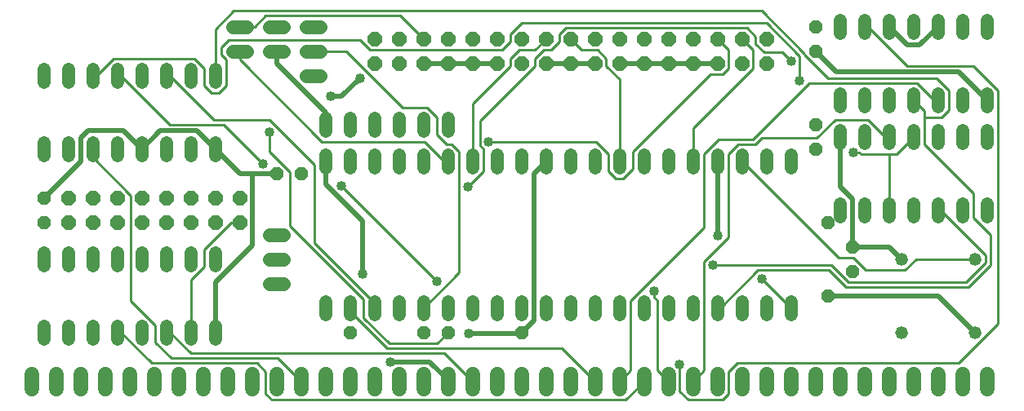
<source format=gbl>
G75*
%MOIN*%
%OFA0B0*%
%FSLAX24Y24*%
%IPPOS*%
%LPD*%
%AMOC8*
5,1,8,0,0,1.08239X$1,22.5*
%
%ADD10C,0.0600*%
%ADD11OC8,0.0600*%
%ADD12OC8,0.0520*%
%ADD13C,0.0520*%
%ADD14C,0.0520*%
%ADD15C,0.0560*%
%ADD16C,0.0200*%
%ADD17C,0.0400*%
%ADD18C,0.0100*%
D10*
X000600Y000800D02*
X000600Y001400D01*
X001600Y001400D02*
X001600Y000800D01*
X002600Y000800D02*
X002600Y001400D01*
X003600Y001400D02*
X003600Y000800D01*
X004600Y000800D02*
X004600Y001400D01*
X005600Y001400D02*
X005600Y000800D01*
X006600Y000800D02*
X006600Y001400D01*
X007600Y001400D02*
X007600Y000800D01*
X008600Y000800D02*
X008600Y001400D01*
X009600Y001400D02*
X009600Y000800D01*
X010600Y000800D02*
X010600Y001400D01*
X011600Y001400D02*
X011600Y000800D01*
X012600Y000800D02*
X012600Y001400D01*
X013600Y001400D02*
X013600Y000800D01*
X014600Y000800D02*
X014600Y001400D01*
X015600Y001400D02*
X015600Y000800D01*
X016600Y000800D02*
X016600Y001400D01*
X017600Y001400D02*
X017600Y000800D01*
X018600Y000800D02*
X018600Y001400D01*
X019600Y001400D02*
X019600Y000800D01*
X020600Y000800D02*
X020600Y001400D01*
X021600Y001400D02*
X021600Y000800D01*
X022600Y000800D02*
X022600Y001400D01*
X023600Y001400D02*
X023600Y000800D01*
X024600Y000800D02*
X024600Y001400D01*
X025600Y001400D02*
X025600Y000800D01*
X026600Y000800D02*
X026600Y001400D01*
X027600Y001400D02*
X027600Y000800D01*
X028600Y000800D02*
X028600Y001400D01*
X029600Y001400D02*
X029600Y000800D01*
X030600Y000800D02*
X030600Y001400D01*
X031600Y001400D02*
X031600Y000800D01*
X032600Y000800D02*
X032600Y001400D01*
X033600Y001400D02*
X033600Y000800D01*
X034600Y000800D02*
X034600Y001400D01*
X035600Y001400D02*
X035600Y000800D01*
X036600Y000800D02*
X036600Y001400D01*
X037600Y001400D02*
X037600Y000800D01*
X038600Y000800D02*
X038600Y001400D01*
X039600Y001400D02*
X039600Y000800D01*
D11*
X009100Y007600D03*
X008100Y007600D03*
X007100Y007600D03*
X006100Y007600D03*
X005100Y007600D03*
X004100Y007600D03*
X003100Y007600D03*
X002100Y007600D03*
X002100Y008600D03*
X003100Y008600D03*
X004100Y008600D03*
X005100Y008600D03*
X006100Y008600D03*
X007100Y008600D03*
X008100Y008600D03*
X009100Y008600D03*
X014600Y014100D03*
X015600Y014100D03*
X016600Y014100D03*
X017600Y014100D03*
X018600Y014100D03*
X019600Y014100D03*
X020600Y014100D03*
X021600Y014100D03*
X022600Y014100D03*
X023600Y014100D03*
X024600Y014100D03*
X025600Y014100D03*
X026600Y014100D03*
X027600Y014100D03*
X028600Y014100D03*
X029600Y014100D03*
X030600Y014100D03*
X030600Y015100D03*
X029600Y015100D03*
X028600Y015100D03*
X027600Y015100D03*
X026600Y015100D03*
X025600Y015100D03*
X024600Y015100D03*
X023600Y015100D03*
X022600Y015100D03*
X021600Y015100D03*
X020600Y015100D03*
X019600Y015100D03*
X018600Y015100D03*
X017600Y015100D03*
X016600Y015100D03*
X015600Y015100D03*
X014600Y015100D03*
D12*
X011600Y009600D03*
X010600Y009600D03*
X001100Y008600D03*
X001100Y007600D03*
X013600Y003100D03*
X016600Y003100D03*
X017600Y003100D03*
X020600Y003100D03*
X033100Y004600D03*
X034100Y005600D03*
X034100Y006600D03*
X033100Y007600D03*
X032600Y010600D03*
X032600Y011600D03*
X032600Y014600D03*
X032600Y015600D03*
D13*
X033600Y015340D02*
X033600Y015860D01*
X034600Y015860D02*
X034600Y015340D01*
X035600Y015340D02*
X035600Y015860D01*
X036600Y015860D02*
X036600Y015340D01*
X037600Y015340D02*
X037600Y015860D01*
X038600Y015860D02*
X038600Y015340D01*
X039600Y015340D02*
X039600Y015860D01*
X039600Y012860D02*
X039600Y012340D01*
X038600Y012340D02*
X038600Y012860D01*
X037600Y012860D02*
X037600Y012340D01*
X036600Y012340D02*
X036600Y012860D01*
X035600Y012860D02*
X035600Y012340D01*
X034600Y012340D02*
X034600Y012860D01*
X033600Y012860D02*
X033600Y012340D01*
X033600Y011360D02*
X033600Y010840D01*
X034600Y010840D02*
X034600Y011360D01*
X035600Y011360D02*
X035600Y010840D01*
X036600Y010840D02*
X036600Y011360D01*
X037600Y011360D02*
X037600Y010840D01*
X038600Y010840D02*
X038600Y011360D01*
X039600Y011360D02*
X039600Y010840D01*
X039600Y008360D02*
X039600Y007840D01*
X038600Y007840D02*
X038600Y008360D01*
X037600Y008360D02*
X037600Y007840D01*
X036600Y007840D02*
X036600Y008360D01*
X035600Y008360D02*
X035600Y007840D01*
X034600Y007840D02*
X034600Y008360D01*
X033600Y008360D02*
X033600Y007840D01*
X031600Y009840D02*
X031600Y010360D01*
X030600Y010360D02*
X030600Y009840D01*
X029600Y009840D02*
X029600Y010360D01*
X028600Y010360D02*
X028600Y009840D01*
X027600Y009840D02*
X027600Y010360D01*
X026600Y010360D02*
X026600Y009840D01*
X025600Y009840D02*
X025600Y010360D01*
X024600Y010360D02*
X024600Y009840D01*
X023600Y009840D02*
X023600Y010360D01*
X022600Y010360D02*
X022600Y009840D01*
X021600Y009840D02*
X021600Y010360D01*
X020600Y010360D02*
X020600Y009840D01*
X019600Y009840D02*
X019600Y010360D01*
X018600Y010360D02*
X018600Y009840D01*
X017600Y009840D02*
X017600Y010360D01*
X016600Y010360D02*
X016600Y009840D01*
X015600Y009840D02*
X015600Y010360D01*
X014600Y010360D02*
X014600Y009840D01*
X013600Y009840D02*
X013600Y010360D01*
X012600Y010360D02*
X012600Y009840D01*
X012600Y011340D02*
X012600Y011860D01*
X013600Y011860D02*
X013600Y011340D01*
X014600Y011340D02*
X014600Y011860D01*
X015600Y011860D02*
X015600Y011340D01*
X016600Y011340D02*
X016600Y011860D01*
X017600Y011860D02*
X017600Y011340D01*
X008100Y010860D02*
X008100Y010340D01*
X007100Y010340D02*
X007100Y010860D01*
X006100Y010860D02*
X006100Y010340D01*
X005100Y010340D02*
X005100Y010860D01*
X004100Y010860D02*
X004100Y010340D01*
X003100Y010340D02*
X003100Y010860D01*
X002100Y010860D02*
X002100Y010340D01*
X001100Y010340D02*
X001100Y010860D01*
X001100Y013340D02*
X001100Y013860D01*
X002100Y013860D02*
X002100Y013340D01*
X003100Y013340D02*
X003100Y013860D01*
X004100Y013860D02*
X004100Y013340D01*
X005100Y013340D02*
X005100Y013860D01*
X006100Y013860D02*
X006100Y013340D01*
X007100Y013340D02*
X007100Y013860D01*
X008100Y013860D02*
X008100Y013340D01*
X008100Y006360D02*
X008100Y005840D01*
X007100Y005840D02*
X007100Y006360D01*
X006100Y006360D02*
X006100Y005840D01*
X005100Y005840D02*
X005100Y006360D01*
X004100Y006360D02*
X004100Y005840D01*
X003100Y005840D02*
X003100Y006360D01*
X002100Y006360D02*
X002100Y005840D01*
X001100Y005840D02*
X001100Y006360D01*
X001100Y003360D02*
X001100Y002840D01*
X002100Y002840D02*
X002100Y003360D01*
X003100Y003360D02*
X003100Y002840D01*
X004100Y002840D02*
X004100Y003360D01*
X005100Y003360D02*
X005100Y002840D01*
X006100Y002840D02*
X006100Y003360D01*
X007100Y003360D02*
X007100Y002840D01*
X008100Y002840D02*
X008100Y003360D01*
X012600Y003840D02*
X012600Y004360D01*
X013600Y004360D02*
X013600Y003840D01*
X014600Y003840D02*
X014600Y004360D01*
X015600Y004360D02*
X015600Y003840D01*
X016600Y003840D02*
X016600Y004360D01*
X017600Y004360D02*
X017600Y003840D01*
X018600Y003840D02*
X018600Y004360D01*
X019600Y004360D02*
X019600Y003840D01*
X020600Y003840D02*
X020600Y004360D01*
X021600Y004360D02*
X021600Y003840D01*
X022600Y003840D02*
X022600Y004360D01*
X023600Y004360D02*
X023600Y003840D01*
X024600Y003840D02*
X024600Y004360D01*
X025600Y004360D02*
X025600Y003840D01*
X026600Y003840D02*
X026600Y004360D01*
X027600Y004360D02*
X027600Y003840D01*
X028600Y003840D02*
X028600Y004360D01*
X029600Y004360D02*
X029600Y003840D01*
X030600Y003840D02*
X030600Y004360D01*
X031600Y004360D02*
X031600Y003840D01*
D14*
X036100Y003100D03*
X039100Y003100D03*
X039100Y006100D03*
X036100Y006100D03*
D15*
X012380Y013600D02*
X011820Y013600D01*
X011820Y014600D02*
X012380Y014600D01*
X010880Y014600D02*
X010320Y014600D01*
X009380Y014600D02*
X008820Y014600D01*
X008820Y015600D02*
X009380Y015600D01*
X010320Y015600D02*
X010880Y015600D01*
X011820Y015600D02*
X012380Y015600D01*
X010880Y007100D02*
X010320Y007100D01*
X010320Y006100D02*
X010880Y006100D01*
X010880Y005100D02*
X010320Y005100D01*
D16*
X009600Y006650D02*
X008100Y005150D01*
X008100Y003100D01*
X014100Y005500D02*
X014100Y007650D01*
X012600Y009150D01*
X012600Y010100D01*
X010600Y009600D02*
X009600Y009600D01*
X009600Y006650D01*
X009600Y009600D02*
X009100Y009600D01*
X008100Y010600D01*
X007350Y011350D01*
X005850Y011350D01*
X005100Y010600D01*
X004350Y011350D01*
X002900Y011350D01*
X002600Y011050D01*
X002600Y010100D01*
X001100Y008600D01*
X010600Y014100D02*
X012600Y012100D01*
X012600Y011600D01*
X012800Y012750D02*
X013250Y012750D01*
X014000Y013500D01*
X016600Y014100D02*
X017600Y014100D01*
X018600Y014100D01*
X019600Y014100D01*
X021600Y014100D02*
X022600Y014100D01*
X023600Y014100D01*
X024600Y014100D02*
X025600Y014100D01*
X026600Y014100D01*
X027600Y014100D01*
X028600Y014100D01*
X032600Y014600D02*
X033450Y013750D01*
X038450Y013750D01*
X039600Y012600D01*
X036850Y014850D02*
X036350Y014850D01*
X035600Y015600D01*
X036850Y014850D02*
X037600Y015600D01*
X033600Y011100D02*
X033600Y009050D01*
X034100Y008550D01*
X034100Y006600D01*
X035600Y006600D01*
X036100Y006100D01*
X037600Y004600D02*
X033100Y004600D01*
X037600Y004600D02*
X039100Y003100D01*
X028600Y007050D02*
X028600Y010100D01*
X021600Y010100D02*
X021100Y009600D01*
X021100Y003600D01*
X020600Y003100D01*
X020550Y003050D01*
X018450Y003050D01*
X016850Y001900D02*
X017600Y001150D01*
X017600Y001100D01*
X016850Y001900D02*
X015250Y001900D01*
X010600Y014100D02*
X010600Y014600D01*
D17*
X014000Y013500D03*
X012800Y012750D03*
X010300Y011300D03*
X010050Y010000D03*
X013250Y009100D03*
X018400Y009050D03*
X019250Y010900D03*
X028600Y007050D03*
X028400Y005850D03*
X030400Y005300D03*
X026000Y004800D03*
X027050Y001800D03*
X018450Y003050D03*
X015250Y001900D03*
X017150Y005200D03*
X014100Y005500D03*
X031950Y013400D03*
X031600Y014200D03*
X034150Y010450D03*
D18*
X034400Y010450D01*
X034450Y010400D01*
X035600Y010400D01*
X035600Y008100D01*
X037600Y008100D02*
X037700Y008100D01*
X039550Y006250D01*
X039550Y005950D01*
X038750Y005150D01*
X033950Y005150D01*
X033250Y005850D01*
X028400Y005850D01*
X028050Y006000D02*
X028050Y001550D01*
X027600Y001100D01*
X027050Y000700D02*
X027050Y001800D01*
X026600Y001100D02*
X026150Y001550D01*
X026150Y004400D01*
X026000Y004550D01*
X026000Y004800D01*
X025050Y004400D02*
X025050Y001550D01*
X024600Y001100D01*
X023600Y001100D02*
X022250Y002450D01*
X015100Y002450D01*
X013600Y003950D01*
X013600Y004100D01*
X014150Y004450D02*
X014150Y003700D01*
X015200Y002650D01*
X017150Y002650D01*
X017600Y003100D01*
X017450Y002250D02*
X018600Y001100D01*
X017450Y002250D02*
X007100Y002250D01*
X006250Y003100D01*
X006100Y003100D01*
X005650Y003400D02*
X005650Y002700D01*
X006300Y002050D01*
X010650Y002050D01*
X011600Y001100D01*
X010400Y000350D02*
X010150Y000600D01*
X010150Y001500D01*
X009800Y001850D01*
X005500Y001850D01*
X004250Y003100D01*
X004100Y003100D01*
X004650Y004400D02*
X005650Y003400D01*
X007100Y003100D02*
X007100Y005250D01*
X007650Y005800D01*
X007650Y006500D01*
X008750Y007600D01*
X009100Y007600D01*
X011150Y007450D02*
X014150Y004450D01*
X014600Y004300D02*
X014600Y004100D01*
X014600Y004300D02*
X012150Y006750D01*
X012150Y009950D01*
X010300Y011800D01*
X008050Y011800D01*
X006250Y013600D01*
X006100Y013600D01*
X007250Y014300D02*
X007650Y013900D01*
X007650Y013200D01*
X007950Y012900D01*
X008250Y012900D01*
X008550Y013200D01*
X008550Y014250D01*
X008350Y014450D01*
X008350Y014750D01*
X008650Y015050D01*
X014000Y015050D01*
X014400Y014650D01*
X019800Y014650D01*
X020150Y015000D01*
X020150Y015300D01*
X020600Y015750D01*
X030600Y015750D01*
X031950Y014400D01*
X031950Y013400D01*
X032350Y013300D02*
X030050Y011000D01*
X028650Y011000D01*
X028050Y010400D01*
X028050Y007400D01*
X025050Y004400D01*
X028050Y006000D02*
X029050Y007000D01*
X029050Y010400D01*
X029450Y010800D01*
X030150Y010800D01*
X030400Y011050D01*
X032650Y011050D01*
X033400Y011800D01*
X034750Y011800D01*
X035450Y011100D01*
X035600Y011100D01*
X035900Y010400D02*
X036600Y011100D01*
X037050Y010800D02*
X037050Y011900D01*
X037750Y011900D01*
X038050Y012200D01*
X038050Y013000D01*
X037550Y013500D01*
X033100Y013500D01*
X032150Y014450D01*
X032150Y014500D01*
X030400Y016250D01*
X008850Y016250D01*
X008100Y015500D01*
X008100Y013600D01*
X007250Y014300D02*
X003950Y014300D01*
X003250Y013600D01*
X003100Y013600D01*
X004100Y013600D02*
X004250Y013600D01*
X006250Y011600D01*
X008450Y011600D01*
X010050Y010000D01*
X010300Y010500D02*
X011150Y009650D01*
X011150Y007450D01*
X013250Y009100D02*
X017150Y005200D01*
X018050Y005550D02*
X016600Y004100D01*
X018050Y005550D02*
X018050Y010500D01*
X017750Y010800D01*
X017550Y010800D01*
X017150Y011200D01*
X017150Y011900D01*
X016750Y012300D01*
X015750Y012300D01*
X013450Y014600D01*
X012100Y014600D01*
X010150Y016050D02*
X009700Y015600D01*
X009100Y015600D01*
X010150Y016050D02*
X015650Y016050D01*
X016600Y015100D01*
X018600Y012450D02*
X020150Y014000D01*
X020150Y014300D01*
X020500Y014650D01*
X021150Y014650D01*
X021600Y015100D01*
X021800Y014650D02*
X022150Y015000D01*
X022150Y015300D01*
X022400Y015550D01*
X029800Y015550D01*
X030150Y015200D01*
X030150Y014900D01*
X030500Y014550D01*
X031250Y014550D01*
X031600Y014200D01*
X030050Y013900D02*
X030050Y014650D01*
X029600Y015100D01*
X029050Y014650D02*
X028600Y015100D01*
X029050Y014650D02*
X029050Y013900D01*
X028800Y013650D01*
X028300Y013650D01*
X025150Y010500D01*
X025150Y009800D01*
X024750Y009400D01*
X024450Y009400D01*
X024150Y009700D01*
X024150Y010400D01*
X023650Y010900D01*
X019250Y010900D01*
X019050Y010600D02*
X018900Y010750D01*
X018900Y011750D01*
X021150Y014000D01*
X021150Y014300D01*
X021500Y014650D01*
X021800Y014650D01*
X022600Y015100D02*
X023050Y014650D01*
X023700Y014650D01*
X024050Y014300D01*
X024050Y014000D01*
X024600Y013450D01*
X024600Y010100D01*
X027600Y010100D02*
X027600Y011450D01*
X030050Y013900D01*
X032350Y013300D02*
X036750Y013300D01*
X037450Y012600D01*
X037600Y012600D01*
X037050Y012150D02*
X036600Y012600D01*
X037050Y012150D02*
X037050Y011900D01*
X037050Y010800D02*
X039050Y008800D01*
X039050Y007800D01*
X039750Y007100D01*
X039750Y005850D01*
X038850Y004950D01*
X033850Y004950D01*
X033150Y005650D01*
X030250Y005650D01*
X028700Y004100D01*
X028600Y004100D01*
X030400Y005300D02*
X031600Y004100D01*
X034150Y006150D02*
X034650Y005650D01*
X036250Y005650D01*
X036700Y006100D01*
X039100Y006100D01*
X034150Y006150D02*
X033550Y006150D01*
X029600Y010100D01*
X035600Y010400D02*
X035900Y010400D01*
X039050Y014000D02*
X040050Y013000D01*
X040050Y003450D01*
X038450Y001850D01*
X029400Y001850D01*
X029050Y001500D01*
X029050Y000600D01*
X028800Y000350D01*
X027400Y000350D01*
X027050Y000700D01*
X025600Y001100D02*
X024850Y000350D01*
X010400Y000350D01*
X004650Y004400D02*
X004650Y008700D01*
X003100Y010250D01*
X003100Y010600D01*
X010300Y010500D02*
X010300Y011300D01*
X012450Y010900D02*
X009100Y014250D01*
X009100Y014600D01*
X012450Y010900D02*
X016650Y010900D01*
X017450Y010100D01*
X017600Y010100D01*
X018600Y010100D02*
X018600Y012450D01*
X019050Y010600D02*
X019050Y009700D01*
X018400Y009050D01*
X034600Y015600D02*
X034750Y015600D01*
X036350Y014000D01*
X039050Y014000D01*
M02*

</source>
